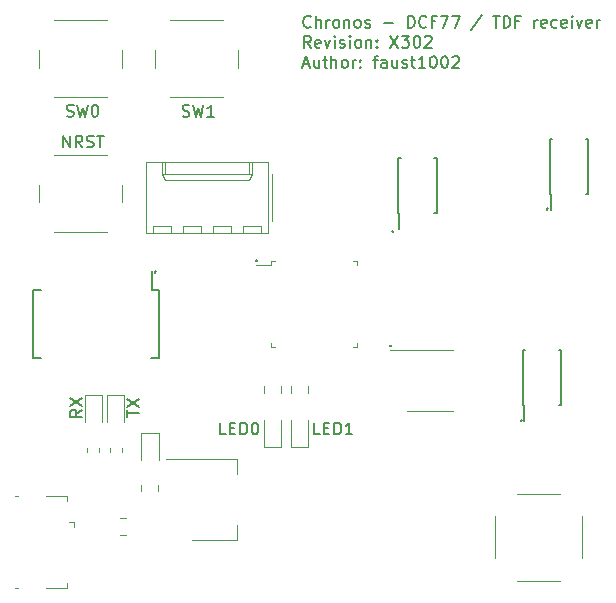
<source format=gbr>
G04 #@! TF.GenerationSoftware,KiCad,Pcbnew,(5.1.5)-3*
G04 #@! TF.CreationDate,2020-05-23T10:42:04+01:00*
G04 #@! TF.ProjectId,Chronos,4368726f-6e6f-4732-9e6b-696361645f70,X302*
G04 #@! TF.SameCoordinates,Original*
G04 #@! TF.FileFunction,Legend,Top*
G04 #@! TF.FilePolarity,Positive*
%FSLAX46Y46*%
G04 Gerber Fmt 4.6, Leading zero omitted, Abs format (unit mm)*
G04 Created by KiCad (PCBNEW (5.1.5)-3) date 2020-05-23 10:42:04*
%MOMM*%
%LPD*%
G04 APERTURE LIST*
%ADD10C,0.200000*%
%ADD11C,0.150000*%
%ADD12C,0.120000*%
G04 APERTURE END LIST*
D10*
X212670000Y-128817142D02*
X212717619Y-128864761D01*
X212670000Y-128912380D01*
X212622380Y-128864761D01*
X212670000Y-128817142D01*
X212670000Y-128912380D01*
X225760000Y-126917142D02*
X225807619Y-126964761D01*
X225760000Y-127012380D01*
X225712380Y-126964761D01*
X225760000Y-126917142D01*
X225760000Y-127012380D01*
X223550000Y-144827142D02*
X223597619Y-144874761D01*
X223550000Y-144922380D01*
X223502380Y-144874761D01*
X223550000Y-144827142D01*
X223550000Y-144922380D01*
X212500000Y-138507142D02*
X212547619Y-138554761D01*
X212500000Y-138602380D01*
X212452380Y-138554761D01*
X212500000Y-138507142D01*
X212500000Y-138602380D01*
X201110000Y-131307142D02*
X201157619Y-131354761D01*
X201110000Y-131402380D01*
X201062380Y-131354761D01*
X201110000Y-131307142D01*
X201110000Y-131402380D01*
X192550000Y-132257142D02*
X192597619Y-132304761D01*
X192550000Y-132352380D01*
X192502380Y-132304761D01*
X192550000Y-132257142D01*
X192550000Y-132352380D01*
X205709523Y-111517142D02*
X205661904Y-111564761D01*
X205519047Y-111612380D01*
X205423809Y-111612380D01*
X205280952Y-111564761D01*
X205185714Y-111469523D01*
X205138095Y-111374285D01*
X205090476Y-111183809D01*
X205090476Y-111040952D01*
X205138095Y-110850476D01*
X205185714Y-110755238D01*
X205280952Y-110660000D01*
X205423809Y-110612380D01*
X205519047Y-110612380D01*
X205661904Y-110660000D01*
X205709523Y-110707619D01*
X206138095Y-111612380D02*
X206138095Y-110612380D01*
X206566666Y-111612380D02*
X206566666Y-111088571D01*
X206519047Y-110993333D01*
X206423809Y-110945714D01*
X206280952Y-110945714D01*
X206185714Y-110993333D01*
X206138095Y-111040952D01*
X207042857Y-111612380D02*
X207042857Y-110945714D01*
X207042857Y-111136190D02*
X207090476Y-111040952D01*
X207138095Y-110993333D01*
X207233333Y-110945714D01*
X207328571Y-110945714D01*
X207804761Y-111612380D02*
X207709523Y-111564761D01*
X207661904Y-111517142D01*
X207614285Y-111421904D01*
X207614285Y-111136190D01*
X207661904Y-111040952D01*
X207709523Y-110993333D01*
X207804761Y-110945714D01*
X207947619Y-110945714D01*
X208042857Y-110993333D01*
X208090476Y-111040952D01*
X208138095Y-111136190D01*
X208138095Y-111421904D01*
X208090476Y-111517142D01*
X208042857Y-111564761D01*
X207947619Y-111612380D01*
X207804761Y-111612380D01*
X208566666Y-110945714D02*
X208566666Y-111612380D01*
X208566666Y-111040952D02*
X208614285Y-110993333D01*
X208709523Y-110945714D01*
X208852380Y-110945714D01*
X208947619Y-110993333D01*
X208995238Y-111088571D01*
X208995238Y-111612380D01*
X209614285Y-111612380D02*
X209519047Y-111564761D01*
X209471428Y-111517142D01*
X209423809Y-111421904D01*
X209423809Y-111136190D01*
X209471428Y-111040952D01*
X209519047Y-110993333D01*
X209614285Y-110945714D01*
X209757142Y-110945714D01*
X209852380Y-110993333D01*
X209900000Y-111040952D01*
X209947619Y-111136190D01*
X209947619Y-111421904D01*
X209900000Y-111517142D01*
X209852380Y-111564761D01*
X209757142Y-111612380D01*
X209614285Y-111612380D01*
X210328571Y-111564761D02*
X210423809Y-111612380D01*
X210614285Y-111612380D01*
X210709523Y-111564761D01*
X210757142Y-111469523D01*
X210757142Y-111421904D01*
X210709523Y-111326666D01*
X210614285Y-111279047D01*
X210471428Y-111279047D01*
X210376190Y-111231428D01*
X210328571Y-111136190D01*
X210328571Y-111088571D01*
X210376190Y-110993333D01*
X210471428Y-110945714D01*
X210614285Y-110945714D01*
X210709523Y-110993333D01*
X211947619Y-111231428D02*
X212709523Y-111231428D01*
X213947619Y-111612380D02*
X213947619Y-110612380D01*
X214185714Y-110612380D01*
X214328571Y-110660000D01*
X214423809Y-110755238D01*
X214471428Y-110850476D01*
X214519047Y-111040952D01*
X214519047Y-111183809D01*
X214471428Y-111374285D01*
X214423809Y-111469523D01*
X214328571Y-111564761D01*
X214185714Y-111612380D01*
X213947619Y-111612380D01*
X215519047Y-111517142D02*
X215471428Y-111564761D01*
X215328571Y-111612380D01*
X215233333Y-111612380D01*
X215090476Y-111564761D01*
X214995238Y-111469523D01*
X214947619Y-111374285D01*
X214900000Y-111183809D01*
X214900000Y-111040952D01*
X214947619Y-110850476D01*
X214995238Y-110755238D01*
X215090476Y-110660000D01*
X215233333Y-110612380D01*
X215328571Y-110612380D01*
X215471428Y-110660000D01*
X215519047Y-110707619D01*
X216280952Y-111088571D02*
X215947619Y-111088571D01*
X215947619Y-111612380D02*
X215947619Y-110612380D01*
X216423809Y-110612380D01*
X216709523Y-110612380D02*
X217376190Y-110612380D01*
X216947619Y-111612380D01*
X217661904Y-110612380D02*
X218328571Y-110612380D01*
X217900000Y-111612380D01*
X220185714Y-110564761D02*
X219328571Y-111850476D01*
X221138095Y-110612380D02*
X221709523Y-110612380D01*
X221423809Y-111612380D02*
X221423809Y-110612380D01*
X222042857Y-111612380D02*
X222042857Y-110612380D01*
X222280952Y-110612380D01*
X222423809Y-110660000D01*
X222519047Y-110755238D01*
X222566666Y-110850476D01*
X222614285Y-111040952D01*
X222614285Y-111183809D01*
X222566666Y-111374285D01*
X222519047Y-111469523D01*
X222423809Y-111564761D01*
X222280952Y-111612380D01*
X222042857Y-111612380D01*
X223376190Y-111088571D02*
X223042857Y-111088571D01*
X223042857Y-111612380D02*
X223042857Y-110612380D01*
X223519047Y-110612380D01*
X224661904Y-111612380D02*
X224661904Y-110945714D01*
X224661904Y-111136190D02*
X224709523Y-111040952D01*
X224757142Y-110993333D01*
X224852380Y-110945714D01*
X224947619Y-110945714D01*
X225661904Y-111564761D02*
X225566666Y-111612380D01*
X225376190Y-111612380D01*
X225280952Y-111564761D01*
X225233333Y-111469523D01*
X225233333Y-111088571D01*
X225280952Y-110993333D01*
X225376190Y-110945714D01*
X225566666Y-110945714D01*
X225661904Y-110993333D01*
X225709523Y-111088571D01*
X225709523Y-111183809D01*
X225233333Y-111279047D01*
X226566666Y-111564761D02*
X226471428Y-111612380D01*
X226280952Y-111612380D01*
X226185714Y-111564761D01*
X226138095Y-111517142D01*
X226090476Y-111421904D01*
X226090476Y-111136190D01*
X226138095Y-111040952D01*
X226185714Y-110993333D01*
X226280952Y-110945714D01*
X226471428Y-110945714D01*
X226566666Y-110993333D01*
X227376190Y-111564761D02*
X227280952Y-111612380D01*
X227090476Y-111612380D01*
X226995238Y-111564761D01*
X226947619Y-111469523D01*
X226947619Y-111088571D01*
X226995238Y-110993333D01*
X227090476Y-110945714D01*
X227280952Y-110945714D01*
X227376190Y-110993333D01*
X227423809Y-111088571D01*
X227423809Y-111183809D01*
X226947619Y-111279047D01*
X227852380Y-111612380D02*
X227852380Y-110945714D01*
X227852380Y-110612380D02*
X227804761Y-110660000D01*
X227852380Y-110707619D01*
X227900000Y-110660000D01*
X227852380Y-110612380D01*
X227852380Y-110707619D01*
X228233333Y-110945714D02*
X228471428Y-111612380D01*
X228709523Y-110945714D01*
X229471428Y-111564761D02*
X229376190Y-111612380D01*
X229185714Y-111612380D01*
X229090476Y-111564761D01*
X229042857Y-111469523D01*
X229042857Y-111088571D01*
X229090476Y-110993333D01*
X229185714Y-110945714D01*
X229376190Y-110945714D01*
X229471428Y-110993333D01*
X229519047Y-111088571D01*
X229519047Y-111183809D01*
X229042857Y-111279047D01*
X229947619Y-111612380D02*
X229947619Y-110945714D01*
X229947619Y-111136190D02*
X229995238Y-111040952D01*
X230042857Y-110993333D01*
X230138095Y-110945714D01*
X230233333Y-110945714D01*
X205709523Y-113312380D02*
X205376190Y-112836190D01*
X205138095Y-113312380D02*
X205138095Y-112312380D01*
X205519047Y-112312380D01*
X205614285Y-112360000D01*
X205661904Y-112407619D01*
X205709523Y-112502857D01*
X205709523Y-112645714D01*
X205661904Y-112740952D01*
X205614285Y-112788571D01*
X205519047Y-112836190D01*
X205138095Y-112836190D01*
X206519047Y-113264761D02*
X206423809Y-113312380D01*
X206233333Y-113312380D01*
X206138095Y-113264761D01*
X206090476Y-113169523D01*
X206090476Y-112788571D01*
X206138095Y-112693333D01*
X206233333Y-112645714D01*
X206423809Y-112645714D01*
X206519047Y-112693333D01*
X206566666Y-112788571D01*
X206566666Y-112883809D01*
X206090476Y-112979047D01*
X206900000Y-112645714D02*
X207138095Y-113312380D01*
X207376190Y-112645714D01*
X207757142Y-113312380D02*
X207757142Y-112645714D01*
X207757142Y-112312380D02*
X207709523Y-112360000D01*
X207757142Y-112407619D01*
X207804761Y-112360000D01*
X207757142Y-112312380D01*
X207757142Y-112407619D01*
X208185714Y-113264761D02*
X208280952Y-113312380D01*
X208471428Y-113312380D01*
X208566666Y-113264761D01*
X208614285Y-113169523D01*
X208614285Y-113121904D01*
X208566666Y-113026666D01*
X208471428Y-112979047D01*
X208328571Y-112979047D01*
X208233333Y-112931428D01*
X208185714Y-112836190D01*
X208185714Y-112788571D01*
X208233333Y-112693333D01*
X208328571Y-112645714D01*
X208471428Y-112645714D01*
X208566666Y-112693333D01*
X209042857Y-113312380D02*
X209042857Y-112645714D01*
X209042857Y-112312380D02*
X208995238Y-112360000D01*
X209042857Y-112407619D01*
X209090476Y-112360000D01*
X209042857Y-112312380D01*
X209042857Y-112407619D01*
X209661904Y-113312380D02*
X209566666Y-113264761D01*
X209519047Y-113217142D01*
X209471428Y-113121904D01*
X209471428Y-112836190D01*
X209519047Y-112740952D01*
X209566666Y-112693333D01*
X209661904Y-112645714D01*
X209804761Y-112645714D01*
X209900000Y-112693333D01*
X209947619Y-112740952D01*
X209995238Y-112836190D01*
X209995238Y-113121904D01*
X209947619Y-113217142D01*
X209900000Y-113264761D01*
X209804761Y-113312380D01*
X209661904Y-113312380D01*
X210423809Y-112645714D02*
X210423809Y-113312380D01*
X210423809Y-112740952D02*
X210471428Y-112693333D01*
X210566666Y-112645714D01*
X210709523Y-112645714D01*
X210804761Y-112693333D01*
X210852380Y-112788571D01*
X210852380Y-113312380D01*
X211328571Y-113217142D02*
X211376190Y-113264761D01*
X211328571Y-113312380D01*
X211280952Y-113264761D01*
X211328571Y-113217142D01*
X211328571Y-113312380D01*
X211328571Y-112693333D02*
X211376190Y-112740952D01*
X211328571Y-112788571D01*
X211280952Y-112740952D01*
X211328571Y-112693333D01*
X211328571Y-112788571D01*
X212471428Y-112312380D02*
X213138095Y-113312380D01*
X213138095Y-112312380D02*
X212471428Y-113312380D01*
X213423809Y-112312380D02*
X214042857Y-112312380D01*
X213709523Y-112693333D01*
X213852380Y-112693333D01*
X213947619Y-112740952D01*
X213995238Y-112788571D01*
X214042857Y-112883809D01*
X214042857Y-113121904D01*
X213995238Y-113217142D01*
X213947619Y-113264761D01*
X213852380Y-113312380D01*
X213566666Y-113312380D01*
X213471428Y-113264761D01*
X213423809Y-113217142D01*
X214661904Y-112312380D02*
X214757142Y-112312380D01*
X214852380Y-112360000D01*
X214900000Y-112407619D01*
X214947619Y-112502857D01*
X214995238Y-112693333D01*
X214995238Y-112931428D01*
X214947619Y-113121904D01*
X214900000Y-113217142D01*
X214852380Y-113264761D01*
X214757142Y-113312380D01*
X214661904Y-113312380D01*
X214566666Y-113264761D01*
X214519047Y-113217142D01*
X214471428Y-113121904D01*
X214423809Y-112931428D01*
X214423809Y-112693333D01*
X214471428Y-112502857D01*
X214519047Y-112407619D01*
X214566666Y-112360000D01*
X214661904Y-112312380D01*
X215376190Y-112407619D02*
X215423809Y-112360000D01*
X215519047Y-112312380D01*
X215757142Y-112312380D01*
X215852380Y-112360000D01*
X215900000Y-112407619D01*
X215947619Y-112502857D01*
X215947619Y-112598095D01*
X215900000Y-112740952D01*
X215328571Y-113312380D01*
X215947619Y-113312380D01*
X205090476Y-114726666D02*
X205566666Y-114726666D01*
X204995238Y-115012380D02*
X205328571Y-114012380D01*
X205661904Y-115012380D01*
X206423809Y-114345714D02*
X206423809Y-115012380D01*
X205995238Y-114345714D02*
X205995238Y-114869523D01*
X206042857Y-114964761D01*
X206138095Y-115012380D01*
X206280952Y-115012380D01*
X206376190Y-114964761D01*
X206423809Y-114917142D01*
X206757142Y-114345714D02*
X207138095Y-114345714D01*
X206900000Y-114012380D02*
X206900000Y-114869523D01*
X206947619Y-114964761D01*
X207042857Y-115012380D01*
X207138095Y-115012380D01*
X207471428Y-115012380D02*
X207471428Y-114012380D01*
X207900000Y-115012380D02*
X207900000Y-114488571D01*
X207852380Y-114393333D01*
X207757142Y-114345714D01*
X207614285Y-114345714D01*
X207519047Y-114393333D01*
X207471428Y-114440952D01*
X208519047Y-115012380D02*
X208423809Y-114964761D01*
X208376190Y-114917142D01*
X208328571Y-114821904D01*
X208328571Y-114536190D01*
X208376190Y-114440952D01*
X208423809Y-114393333D01*
X208519047Y-114345714D01*
X208661904Y-114345714D01*
X208757142Y-114393333D01*
X208804761Y-114440952D01*
X208852380Y-114536190D01*
X208852380Y-114821904D01*
X208804761Y-114917142D01*
X208757142Y-114964761D01*
X208661904Y-115012380D01*
X208519047Y-115012380D01*
X209280952Y-115012380D02*
X209280952Y-114345714D01*
X209280952Y-114536190D02*
X209328571Y-114440952D01*
X209376190Y-114393333D01*
X209471428Y-114345714D01*
X209566666Y-114345714D01*
X209900000Y-114917142D02*
X209947619Y-114964761D01*
X209900000Y-115012380D01*
X209852380Y-114964761D01*
X209900000Y-114917142D01*
X209900000Y-115012380D01*
X209900000Y-114393333D02*
X209947619Y-114440952D01*
X209900000Y-114488571D01*
X209852380Y-114440952D01*
X209900000Y-114393333D01*
X209900000Y-114488571D01*
X210995238Y-114345714D02*
X211376190Y-114345714D01*
X211138095Y-115012380D02*
X211138095Y-114155238D01*
X211185714Y-114060000D01*
X211280952Y-114012380D01*
X211376190Y-114012380D01*
X212138095Y-115012380D02*
X212138095Y-114488571D01*
X212090476Y-114393333D01*
X211995238Y-114345714D01*
X211804761Y-114345714D01*
X211709523Y-114393333D01*
X212138095Y-114964761D02*
X212042857Y-115012380D01*
X211804761Y-115012380D01*
X211709523Y-114964761D01*
X211661904Y-114869523D01*
X211661904Y-114774285D01*
X211709523Y-114679047D01*
X211804761Y-114631428D01*
X212042857Y-114631428D01*
X212138095Y-114583809D01*
X213042857Y-114345714D02*
X213042857Y-115012380D01*
X212614285Y-114345714D02*
X212614285Y-114869523D01*
X212661904Y-114964761D01*
X212757142Y-115012380D01*
X212900000Y-115012380D01*
X212995238Y-114964761D01*
X213042857Y-114917142D01*
X213471428Y-114964761D02*
X213566666Y-115012380D01*
X213757142Y-115012380D01*
X213852380Y-114964761D01*
X213900000Y-114869523D01*
X213900000Y-114821904D01*
X213852380Y-114726666D01*
X213757142Y-114679047D01*
X213614285Y-114679047D01*
X213519047Y-114631428D01*
X213471428Y-114536190D01*
X213471428Y-114488571D01*
X213519047Y-114393333D01*
X213614285Y-114345714D01*
X213757142Y-114345714D01*
X213852380Y-114393333D01*
X214185714Y-114345714D02*
X214566666Y-114345714D01*
X214328571Y-114012380D02*
X214328571Y-114869523D01*
X214376190Y-114964761D01*
X214471428Y-115012380D01*
X214566666Y-115012380D01*
X215423809Y-115012380D02*
X214852380Y-115012380D01*
X215138095Y-115012380D02*
X215138095Y-114012380D01*
X215042857Y-114155238D01*
X214947619Y-114250476D01*
X214852380Y-114298095D01*
X216042857Y-114012380D02*
X216138095Y-114012380D01*
X216233333Y-114060000D01*
X216280952Y-114107619D01*
X216328571Y-114202857D01*
X216376190Y-114393333D01*
X216376190Y-114631428D01*
X216328571Y-114821904D01*
X216280952Y-114917142D01*
X216233333Y-114964761D01*
X216138095Y-115012380D01*
X216042857Y-115012380D01*
X215947619Y-114964761D01*
X215900000Y-114917142D01*
X215852380Y-114821904D01*
X215804761Y-114631428D01*
X215804761Y-114393333D01*
X215852380Y-114202857D01*
X215900000Y-114107619D01*
X215947619Y-114060000D01*
X216042857Y-114012380D01*
X216995238Y-114012380D02*
X217090476Y-114012380D01*
X217185714Y-114060000D01*
X217233333Y-114107619D01*
X217280952Y-114202857D01*
X217328571Y-114393333D01*
X217328571Y-114631428D01*
X217280952Y-114821904D01*
X217233333Y-114917142D01*
X217185714Y-114964761D01*
X217090476Y-115012380D01*
X216995238Y-115012380D01*
X216900000Y-114964761D01*
X216852380Y-114917142D01*
X216804761Y-114821904D01*
X216757142Y-114631428D01*
X216757142Y-114393333D01*
X216804761Y-114202857D01*
X216852380Y-114107619D01*
X216900000Y-114060000D01*
X216995238Y-114012380D01*
X217709523Y-114107619D02*
X217757142Y-114060000D01*
X217852380Y-114012380D01*
X218090476Y-114012380D01*
X218185714Y-114060000D01*
X218233333Y-114107619D01*
X218280952Y-114202857D01*
X218280952Y-114298095D01*
X218233333Y-114440952D01*
X217661904Y-115012380D01*
X218280952Y-115012380D01*
X198530952Y-146052380D02*
X198054761Y-146052380D01*
X198054761Y-145052380D01*
X198864285Y-145528571D02*
X199197619Y-145528571D01*
X199340476Y-146052380D02*
X198864285Y-146052380D01*
X198864285Y-145052380D01*
X199340476Y-145052380D01*
X199769047Y-146052380D02*
X199769047Y-145052380D01*
X200007142Y-145052380D01*
X200150000Y-145100000D01*
X200245238Y-145195238D01*
X200292857Y-145290476D01*
X200340476Y-145480952D01*
X200340476Y-145623809D01*
X200292857Y-145814285D01*
X200245238Y-145909523D01*
X200150000Y-146004761D01*
X200007142Y-146052380D01*
X199769047Y-146052380D01*
X200959523Y-145052380D02*
X201054761Y-145052380D01*
X201150000Y-145100000D01*
X201197619Y-145147619D01*
X201245238Y-145242857D01*
X201292857Y-145433333D01*
X201292857Y-145671428D01*
X201245238Y-145861904D01*
X201197619Y-145957142D01*
X201150000Y-146004761D01*
X201054761Y-146052380D01*
X200959523Y-146052380D01*
X200864285Y-146004761D01*
X200816666Y-145957142D01*
X200769047Y-145861904D01*
X200721428Y-145671428D01*
X200721428Y-145433333D01*
X200769047Y-145242857D01*
X200816666Y-145147619D01*
X200864285Y-145100000D01*
X200959523Y-145052380D01*
X206480952Y-146052380D02*
X206004761Y-146052380D01*
X206004761Y-145052380D01*
X206814285Y-145528571D02*
X207147619Y-145528571D01*
X207290476Y-146052380D02*
X206814285Y-146052380D01*
X206814285Y-145052380D01*
X207290476Y-145052380D01*
X207719047Y-146052380D02*
X207719047Y-145052380D01*
X207957142Y-145052380D01*
X208100000Y-145100000D01*
X208195238Y-145195238D01*
X208242857Y-145290476D01*
X208290476Y-145480952D01*
X208290476Y-145623809D01*
X208242857Y-145814285D01*
X208195238Y-145909523D01*
X208100000Y-146004761D01*
X207957142Y-146052380D01*
X207719047Y-146052380D01*
X209242857Y-146052380D02*
X208671428Y-146052380D01*
X208957142Y-146052380D02*
X208957142Y-145052380D01*
X208861904Y-145195238D01*
X208766666Y-145290476D01*
X208671428Y-145338095D01*
X194866666Y-119104761D02*
X195009523Y-119152380D01*
X195247619Y-119152380D01*
X195342857Y-119104761D01*
X195390476Y-119057142D01*
X195438095Y-118961904D01*
X195438095Y-118866666D01*
X195390476Y-118771428D01*
X195342857Y-118723809D01*
X195247619Y-118676190D01*
X195057142Y-118628571D01*
X194961904Y-118580952D01*
X194914285Y-118533333D01*
X194866666Y-118438095D01*
X194866666Y-118342857D01*
X194914285Y-118247619D01*
X194961904Y-118200000D01*
X195057142Y-118152380D01*
X195295238Y-118152380D01*
X195438095Y-118200000D01*
X195771428Y-118152380D02*
X196009523Y-119152380D01*
X196200000Y-118438095D01*
X196390476Y-119152380D01*
X196628571Y-118152380D01*
X197533333Y-119152380D02*
X196961904Y-119152380D01*
X197247619Y-119152380D02*
X197247619Y-118152380D01*
X197152380Y-118295238D01*
X197057142Y-118390476D01*
X196961904Y-118438095D01*
X185066666Y-119104761D02*
X185209523Y-119152380D01*
X185447619Y-119152380D01*
X185542857Y-119104761D01*
X185590476Y-119057142D01*
X185638095Y-118961904D01*
X185638095Y-118866666D01*
X185590476Y-118771428D01*
X185542857Y-118723809D01*
X185447619Y-118676190D01*
X185257142Y-118628571D01*
X185161904Y-118580952D01*
X185114285Y-118533333D01*
X185066666Y-118438095D01*
X185066666Y-118342857D01*
X185114285Y-118247619D01*
X185161904Y-118200000D01*
X185257142Y-118152380D01*
X185495238Y-118152380D01*
X185638095Y-118200000D01*
X185971428Y-118152380D02*
X186209523Y-119152380D01*
X186400000Y-118438095D01*
X186590476Y-119152380D01*
X186828571Y-118152380D01*
X187400000Y-118152380D02*
X187495238Y-118152380D01*
X187590476Y-118200000D01*
X187638095Y-118247619D01*
X187685714Y-118342857D01*
X187733333Y-118533333D01*
X187733333Y-118771428D01*
X187685714Y-118961904D01*
X187638095Y-119057142D01*
X187590476Y-119104761D01*
X187495238Y-119152380D01*
X187400000Y-119152380D01*
X187304761Y-119104761D01*
X187257142Y-119057142D01*
X187209523Y-118961904D01*
X187161904Y-118771428D01*
X187161904Y-118533333D01*
X187209523Y-118342857D01*
X187257142Y-118247619D01*
X187304761Y-118200000D01*
X187400000Y-118152380D01*
X184757142Y-121752380D02*
X184757142Y-120752380D01*
X185328571Y-121752380D01*
X185328571Y-120752380D01*
X186376190Y-121752380D02*
X186042857Y-121276190D01*
X185804761Y-121752380D02*
X185804761Y-120752380D01*
X186185714Y-120752380D01*
X186280952Y-120800000D01*
X186328571Y-120847619D01*
X186376190Y-120942857D01*
X186376190Y-121085714D01*
X186328571Y-121180952D01*
X186280952Y-121228571D01*
X186185714Y-121276190D01*
X185804761Y-121276190D01*
X186757142Y-121704761D02*
X186900000Y-121752380D01*
X187138095Y-121752380D01*
X187233333Y-121704761D01*
X187280952Y-121657142D01*
X187328571Y-121561904D01*
X187328571Y-121466666D01*
X187280952Y-121371428D01*
X187233333Y-121323809D01*
X187138095Y-121276190D01*
X186947619Y-121228571D01*
X186852380Y-121180952D01*
X186804761Y-121133333D01*
X186757142Y-121038095D01*
X186757142Y-120942857D01*
X186804761Y-120847619D01*
X186852380Y-120800000D01*
X186947619Y-120752380D01*
X187185714Y-120752380D01*
X187328571Y-120800000D01*
X187614285Y-120752380D02*
X188185714Y-120752380D01*
X187900000Y-121752380D02*
X187900000Y-120752380D01*
X186352380Y-143966666D02*
X185876190Y-144300000D01*
X186352380Y-144538095D02*
X185352380Y-144538095D01*
X185352380Y-144157142D01*
X185400000Y-144061904D01*
X185447619Y-144014285D01*
X185542857Y-143966666D01*
X185685714Y-143966666D01*
X185780952Y-144014285D01*
X185828571Y-144061904D01*
X185876190Y-144157142D01*
X185876190Y-144538095D01*
X185352380Y-143633333D02*
X186352380Y-142966666D01*
X185352380Y-142966666D02*
X186352380Y-143633333D01*
X190152380Y-144561904D02*
X190152380Y-143990476D01*
X191152380Y-144276190D02*
X190152380Y-144276190D01*
X190152380Y-143752380D02*
X191152380Y-143085714D01*
X190152380Y-143085714D02*
X191152380Y-143752380D01*
D11*
X213225000Y-127325000D02*
X213225000Y-128675000D01*
X216375000Y-127325000D02*
X216375000Y-122675000D01*
X213125000Y-127325000D02*
X213125000Y-122675000D01*
X216375000Y-127325000D02*
X216175000Y-127325000D01*
X216375000Y-122675000D02*
X216175000Y-122675000D01*
X213125000Y-122675000D02*
X213325000Y-122675000D01*
X213125000Y-127325000D02*
X213225000Y-127325000D01*
X226050000Y-125725000D02*
X226050000Y-127075000D01*
X229200000Y-125725000D02*
X229200000Y-121075000D01*
X225950000Y-125725000D02*
X225950000Y-121075000D01*
X229200000Y-125725000D02*
X229000000Y-125725000D01*
X229200000Y-121075000D02*
X229000000Y-121075000D01*
X225950000Y-121075000D02*
X226150000Y-121075000D01*
X225950000Y-125725000D02*
X226050000Y-125725000D01*
D12*
X215850000Y-138940000D02*
X212400000Y-138940000D01*
X215850000Y-138940000D02*
X217800000Y-138940000D01*
X215850000Y-144060000D02*
X213900000Y-144060000D01*
X215850000Y-144060000D02*
X217800000Y-144060000D01*
D11*
X223800000Y-143575000D02*
X223800000Y-144925000D01*
X226950000Y-143575000D02*
X226950000Y-138925000D01*
X223700000Y-143575000D02*
X223700000Y-138925000D01*
X226950000Y-143575000D02*
X226750000Y-143575000D01*
X226950000Y-138925000D02*
X226750000Y-138925000D01*
X223700000Y-138925000D02*
X223900000Y-138925000D01*
X223700000Y-143575000D02*
X223800000Y-143575000D01*
X192275000Y-133800000D02*
X192275000Y-132200000D01*
X182200000Y-133800000D02*
X182200000Y-139550000D01*
X192850000Y-133800000D02*
X192850000Y-139550000D01*
X182200000Y-133800000D02*
X182850000Y-133800000D01*
X182200000Y-139550000D02*
X182850000Y-139550000D01*
X192850000Y-139550000D02*
X192200000Y-139550000D01*
X192850000Y-133800000D02*
X192275000Y-133800000D01*
D12*
X193425000Y-148140000D02*
X199435000Y-148140000D01*
X195675000Y-154960000D02*
X199435000Y-154960000D01*
X199435000Y-148140000D02*
X199435000Y-149400000D01*
X199435000Y-154960000D02*
X199435000Y-153700000D01*
X202390000Y-131690000D02*
X201075000Y-131690000D01*
X202390000Y-131390000D02*
X202390000Y-131690000D01*
X202690000Y-131390000D02*
X202390000Y-131390000D01*
X209610000Y-131390000D02*
X209610000Y-131690000D01*
X209310000Y-131390000D02*
X209610000Y-131390000D01*
X202390000Y-138610000D02*
X202390000Y-138310000D01*
X202690000Y-138610000D02*
X202390000Y-138610000D01*
X209610000Y-138610000D02*
X209610000Y-138310000D01*
X209310000Y-138610000D02*
X209610000Y-138610000D01*
X199550000Y-115000000D02*
X199550000Y-113500000D01*
X198300000Y-111000000D02*
X193800000Y-111000000D01*
X192550000Y-113500000D02*
X192550000Y-115000000D01*
X193800000Y-117500000D02*
X198300000Y-117500000D01*
X189750000Y-115000000D02*
X189750000Y-113500000D01*
X188500000Y-111000000D02*
X184000000Y-111000000D01*
X182750000Y-113500000D02*
X182750000Y-115000000D01*
X184000000Y-117500000D02*
X188500000Y-117500000D01*
X189750000Y-126400000D02*
X189750000Y-124900000D01*
X188500000Y-122400000D02*
X184000000Y-122400000D01*
X182750000Y-124900000D02*
X182750000Y-126400000D01*
X184000000Y-128900000D02*
X188500000Y-128900000D01*
X204040000Y-141991422D02*
X204040000Y-142508578D01*
X205460000Y-141991422D02*
X205460000Y-142508578D01*
X201790000Y-141991422D02*
X201790000Y-142508578D01*
X203210000Y-141991422D02*
X203210000Y-142508578D01*
X186790000Y-147550279D02*
X186790000Y-147224721D01*
X187810000Y-147550279D02*
X187810000Y-147224721D01*
X189710000Y-147550279D02*
X189710000Y-147224721D01*
X188690000Y-147550279D02*
X188690000Y-147224721D01*
X192810000Y-150871078D02*
X192810000Y-150353922D01*
X191390000Y-150871078D02*
X191390000Y-150353922D01*
X223200000Y-151070000D02*
X226800000Y-151070000D01*
X223200000Y-158430000D02*
X226800000Y-158430000D01*
X228680000Y-152950000D02*
X228680000Y-156550000D01*
X221320000Y-152950000D02*
X221320000Y-156550000D01*
X192330000Y-128430000D02*
X192330000Y-129030000D01*
X193930000Y-128430000D02*
X192330000Y-128430000D01*
X193930000Y-129030000D02*
X193930000Y-128430000D01*
X194870000Y-128430000D02*
X194870000Y-129030000D01*
X196470000Y-128430000D02*
X194870000Y-128430000D01*
X196470000Y-129030000D02*
X196470000Y-128430000D01*
X197410000Y-128430000D02*
X197410000Y-129030000D01*
X199010000Y-128430000D02*
X197410000Y-128430000D01*
X199010000Y-129030000D02*
X199010000Y-128430000D01*
X199950000Y-128430000D02*
X199950000Y-129030000D01*
X201550000Y-128430000D02*
X199950000Y-128430000D01*
X201550000Y-129030000D02*
X201550000Y-128430000D01*
X193380000Y-123010000D02*
X193380000Y-124010000D01*
X200500000Y-123010000D02*
X200500000Y-124010000D01*
X193380000Y-124540000D02*
X193130000Y-124010000D01*
X200500000Y-124540000D02*
X193380000Y-124540000D01*
X200750000Y-124010000D02*
X200500000Y-124540000D01*
X193130000Y-124010000D02*
X193130000Y-123010000D01*
X200750000Y-124010000D02*
X193130000Y-124010000D01*
X200750000Y-123010000D02*
X200750000Y-124010000D01*
X202420000Y-128000000D02*
X202420000Y-124000000D01*
X191750000Y-129030000D02*
X202130000Y-129030000D01*
X191750000Y-123010000D02*
X191750000Y-129030000D01*
X202130000Y-123010000D02*
X191750000Y-123010000D01*
X202130000Y-129030000D02*
X202130000Y-123010000D01*
X185662500Y-153450000D02*
X185212500Y-153450000D01*
X185662500Y-153450000D02*
X185662500Y-153900000D01*
X185112500Y-159050000D02*
X185112500Y-158600000D01*
X183262500Y-159050000D02*
X185112500Y-159050000D01*
X180712500Y-151250000D02*
X180962500Y-151250000D01*
X180712500Y-159050000D02*
X180962500Y-159050000D01*
X183262500Y-151250000D02*
X185112500Y-151250000D01*
X185112500Y-151250000D02*
X185112500Y-151700000D01*
X190058578Y-153140000D02*
X189541422Y-153140000D01*
X190058578Y-154560000D02*
X189541422Y-154560000D01*
X205485000Y-147085000D02*
X205485000Y-144800000D01*
X204015000Y-147085000D02*
X205485000Y-147085000D01*
X204015000Y-144800000D02*
X204015000Y-147085000D01*
X203235000Y-147085000D02*
X203235000Y-144800000D01*
X201765000Y-147085000D02*
X203235000Y-147085000D01*
X201765000Y-144800000D02*
X201765000Y-147085000D01*
X186565000Y-142702500D02*
X186565000Y-144987500D01*
X188035000Y-142702500D02*
X186565000Y-142702500D01*
X188035000Y-144987500D02*
X188035000Y-142702500D01*
X188465000Y-142702500D02*
X188465000Y-144987500D01*
X189935000Y-142702500D02*
X188465000Y-142702500D01*
X189935000Y-144987500D02*
X189935000Y-142702500D01*
X191365000Y-145915000D02*
X191365000Y-148200000D01*
X192835000Y-145915000D02*
X191365000Y-145915000D01*
X192835000Y-148200000D02*
X192835000Y-145915000D01*
M02*

</source>
